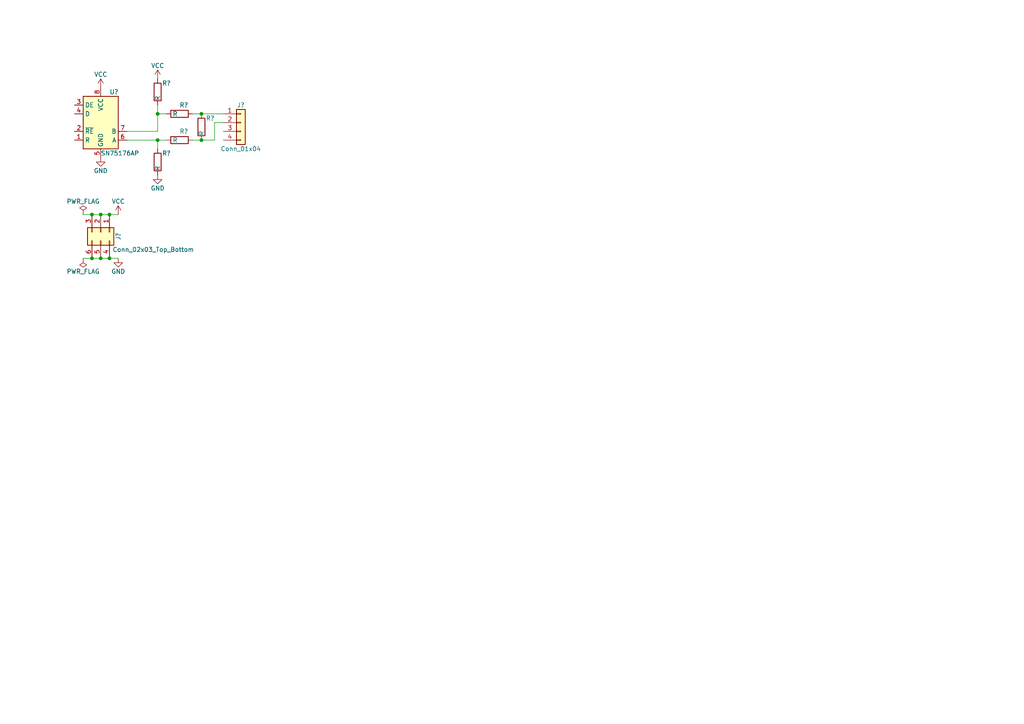
<source format=kicad_sch>
(kicad_sch (version 20211123) (generator eeschema)

  (uuid 6245f3c1-1d81-4d8f-8241-429ac93e2210)

  (paper "A4")

  (lib_symbols
    (symbol "Connector_Generic:Conn_01x04" (pin_names (offset 1.016) hide) (in_bom yes) (on_board yes)
      (property "Reference" "J" (id 0) (at 0 5.08 0)
        (effects (font (size 1.27 1.27)))
      )
      (property "Value" "Conn_01x04" (id 1) (at 0 -7.62 0)
        (effects (font (size 1.27 1.27)))
      )
      (property "Footprint" "" (id 2) (at 0 0 0)
        (effects (font (size 1.27 1.27)) hide)
      )
      (property "Datasheet" "~" (id 3) (at 0 0 0)
        (effects (font (size 1.27 1.27)) hide)
      )
      (property "ki_keywords" "connector" (id 4) (at 0 0 0)
        (effects (font (size 1.27 1.27)) hide)
      )
      (property "ki_description" "Generic connector, single row, 01x04, script generated (kicad-library-utils/schlib/autogen/connector/)" (id 5) (at 0 0 0)
        (effects (font (size 1.27 1.27)) hide)
      )
      (property "ki_fp_filters" "Connector*:*_1x??_*" (id 6) (at 0 0 0)
        (effects (font (size 1.27 1.27)) hide)
      )
      (symbol "Conn_01x04_1_1"
        (rectangle (start -1.27 -4.953) (end 0 -5.207)
          (stroke (width 0.1524) (type default) (color 0 0 0 0))
          (fill (type none))
        )
        (rectangle (start -1.27 -2.413) (end 0 -2.667)
          (stroke (width 0.1524) (type default) (color 0 0 0 0))
          (fill (type none))
        )
        (rectangle (start -1.27 0.127) (end 0 -0.127)
          (stroke (width 0.1524) (type default) (color 0 0 0 0))
          (fill (type none))
        )
        (rectangle (start -1.27 2.667) (end 0 2.413)
          (stroke (width 0.1524) (type default) (color 0 0 0 0))
          (fill (type none))
        )
        (rectangle (start -1.27 3.81) (end 1.27 -6.35)
          (stroke (width 0.254) (type default) (color 0 0 0 0))
          (fill (type background))
        )
        (pin passive line (at -5.08 2.54 0) (length 3.81)
          (name "Pin_1" (effects (font (size 1.27 1.27))))
          (number "1" (effects (font (size 1.27 1.27))))
        )
        (pin passive line (at -5.08 0 0) (length 3.81)
          (name "Pin_2" (effects (font (size 1.27 1.27))))
          (number "2" (effects (font (size 1.27 1.27))))
        )
        (pin passive line (at -5.08 -2.54 0) (length 3.81)
          (name "Pin_3" (effects (font (size 1.27 1.27))))
          (number "3" (effects (font (size 1.27 1.27))))
        )
        (pin passive line (at -5.08 -5.08 0) (length 3.81)
          (name "Pin_4" (effects (font (size 1.27 1.27))))
          (number "4" (effects (font (size 1.27 1.27))))
        )
      )
    )
    (symbol "Connector_Generic:Conn_02x03_Top_Bottom" (pin_names (offset 1.016) hide) (in_bom yes) (on_board yes)
      (property "Reference" "J" (id 0) (at 1.27 5.08 0)
        (effects (font (size 1.27 1.27)))
      )
      (property "Value" "Conn_02x03_Top_Bottom" (id 1) (at 1.27 -5.08 0)
        (effects (font (size 1.27 1.27)))
      )
      (property "Footprint" "" (id 2) (at 0 0 0)
        (effects (font (size 1.27 1.27)) hide)
      )
      (property "Datasheet" "~" (id 3) (at 0 0 0)
        (effects (font (size 1.27 1.27)) hide)
      )
      (property "ki_keywords" "connector" (id 4) (at 0 0 0)
        (effects (font (size 1.27 1.27)) hide)
      )
      (property "ki_description" "Generic connector, double row, 02x03, top/bottom pin numbering scheme (row 1: 1...pins_per_row, row2: pins_per_row+1 ... num_pins), script generated (kicad-library-utils/schlib/autogen/connector/)" (id 5) (at 0 0 0)
        (effects (font (size 1.27 1.27)) hide)
      )
      (property "ki_fp_filters" "Connector*:*_2x??_*" (id 6) (at 0 0 0)
        (effects (font (size 1.27 1.27)) hide)
      )
      (symbol "Conn_02x03_Top_Bottom_1_1"
        (rectangle (start -1.27 -2.413) (end 0 -2.667)
          (stroke (width 0.1524) (type default) (color 0 0 0 0))
          (fill (type none))
        )
        (rectangle (start -1.27 0.127) (end 0 -0.127)
          (stroke (width 0.1524) (type default) (color 0 0 0 0))
          (fill (type none))
        )
        (rectangle (start -1.27 2.667) (end 0 2.413)
          (stroke (width 0.1524) (type default) (color 0 0 0 0))
          (fill (type none))
        )
        (rectangle (start -1.27 3.81) (end 3.81 -3.81)
          (stroke (width 0.254) (type default) (color 0 0 0 0))
          (fill (type background))
        )
        (rectangle (start 3.81 -2.413) (end 2.54 -2.667)
          (stroke (width 0.1524) (type default) (color 0 0 0 0))
          (fill (type none))
        )
        (rectangle (start 3.81 0.127) (end 2.54 -0.127)
          (stroke (width 0.1524) (type default) (color 0 0 0 0))
          (fill (type none))
        )
        (rectangle (start 3.81 2.667) (end 2.54 2.413)
          (stroke (width 0.1524) (type default) (color 0 0 0 0))
          (fill (type none))
        )
        (pin passive line (at -5.08 2.54 0) (length 3.81)
          (name "Pin_1" (effects (font (size 1.27 1.27))))
          (number "1" (effects (font (size 1.27 1.27))))
        )
        (pin passive line (at -5.08 0 0) (length 3.81)
          (name "Pin_2" (effects (font (size 1.27 1.27))))
          (number "2" (effects (font (size 1.27 1.27))))
        )
        (pin passive line (at -5.08 -2.54 0) (length 3.81)
          (name "Pin_3" (effects (font (size 1.27 1.27))))
          (number "3" (effects (font (size 1.27 1.27))))
        )
        (pin passive line (at 7.62 2.54 180) (length 3.81)
          (name "Pin_4" (effects (font (size 1.27 1.27))))
          (number "4" (effects (font (size 1.27 1.27))))
        )
        (pin passive line (at 7.62 0 180) (length 3.81)
          (name "Pin_5" (effects (font (size 1.27 1.27))))
          (number "5" (effects (font (size 1.27 1.27))))
        )
        (pin passive line (at 7.62 -2.54 180) (length 3.81)
          (name "Pin_6" (effects (font (size 1.27 1.27))))
          (number "6" (effects (font (size 1.27 1.27))))
        )
      )
    )
    (symbol "Device:R" (pin_numbers hide) (pin_names (offset 0)) (in_bom yes) (on_board yes)
      (property "Reference" "R" (id 0) (at 2.032 0 90)
        (effects (font (size 1.27 1.27)))
      )
      (property "Value" "R" (id 1) (at 0 0 90)
        (effects (font (size 1.27 1.27)))
      )
      (property "Footprint" "" (id 2) (at -1.778 0 90)
        (effects (font (size 1.27 1.27)) hide)
      )
      (property "Datasheet" "~" (id 3) (at 0 0 0)
        (effects (font (size 1.27 1.27)) hide)
      )
      (property "ki_keywords" "R res resistor" (id 4) (at 0 0 0)
        (effects (font (size 1.27 1.27)) hide)
      )
      (property "ki_description" "Resistor" (id 5) (at 0 0 0)
        (effects (font (size 1.27 1.27)) hide)
      )
      (property "ki_fp_filters" "R_*" (id 6) (at 0 0 0)
        (effects (font (size 1.27 1.27)) hide)
      )
      (symbol "R_0_1"
        (rectangle (start -1.016 -2.54) (end 1.016 2.54)
          (stroke (width 0.254) (type default) (color 0 0 0 0))
          (fill (type none))
        )
      )
      (symbol "R_1_1"
        (pin passive line (at 0 3.81 270) (length 1.27)
          (name "~" (effects (font (size 1.27 1.27))))
          (number "1" (effects (font (size 1.27 1.27))))
        )
        (pin passive line (at 0 -3.81 90) (length 1.27)
          (name "~" (effects (font (size 1.27 1.27))))
          (number "2" (effects (font (size 1.27 1.27))))
        )
      )
    )
    (symbol "Interface_UART:SN75176AP" (in_bom yes) (on_board yes)
      (property "Reference" "U" (id 0) (at -4.318 8.89 0)
        (effects (font (size 1.27 1.27)))
      )
      (property "Value" "SN75176AP" (id 1) (at 1.016 8.89 0)
        (effects (font (size 1.27 1.27)) (justify left))
      )
      (property "Footprint" "Package_DIP:DIP-8_W7.62mm" (id 2) (at 0 -12.7 0)
        (effects (font (size 1.27 1.27)) hide)
      )
      (property "Datasheet" "http://www.ti.com/lit/ds/symlink/sn75176a.pdf" (id 3) (at 40.64 -5.08 0)
        (effects (font (size 1.27 1.27)) hide)
      )
      (property "ki_keywords" "Differential bus transceiver" (id 4) (at 0 0 0)
        (effects (font (size 1.27 1.27)) hide)
      )
      (property "ki_description" "Differential RS-422/RS-485 bus transceiver, DIP-8" (id 5) (at 0 0 0)
        (effects (font (size 1.27 1.27)) hide)
      )
      (property "ki_fp_filters" "DIP*W7.62mm*" (id 6) (at 0 0 0)
        (effects (font (size 1.27 1.27)) hide)
      )
      (symbol "SN75176AP_0_1"
        (rectangle (start -5.08 7.62) (end 5.08 -7.62)
          (stroke (width 0.254) (type default) (color 0 0 0 0))
          (fill (type background))
        )
      )
      (symbol "SN75176AP_1_1"
        (pin output line (at -7.62 -5.08 0) (length 2.54)
          (name "R" (effects (font (size 1.27 1.27))))
          (number "1" (effects (font (size 1.27 1.27))))
        )
        (pin input line (at -7.62 -2.54 0) (length 2.54)
          (name "~{RE}" (effects (font (size 1.27 1.27))))
          (number "2" (effects (font (size 1.27 1.27))))
        )
        (pin input line (at -7.62 5.08 0) (length 2.54)
          (name "DE" (effects (font (size 1.27 1.27))))
          (number "3" (effects (font (size 1.27 1.27))))
        )
        (pin input line (at -7.62 2.54 0) (length 2.54)
          (name "D" (effects (font (size 1.27 1.27))))
          (number "4" (effects (font (size 1.27 1.27))))
        )
        (pin power_in line (at 0 -10.16 90) (length 2.54)
          (name "GND" (effects (font (size 1.27 1.27))))
          (number "5" (effects (font (size 1.27 1.27))))
        )
        (pin bidirectional line (at 7.62 -5.08 180) (length 2.54)
          (name "A" (effects (font (size 1.27 1.27))))
          (number "6" (effects (font (size 1.27 1.27))))
        )
        (pin bidirectional line (at 7.62 -2.54 180) (length 2.54)
          (name "B" (effects (font (size 1.27 1.27))))
          (number "7" (effects (font (size 1.27 1.27))))
        )
        (pin power_in line (at 0 10.16 270) (length 2.54)
          (name "VCC" (effects (font (size 1.27 1.27))))
          (number "8" (effects (font (size 1.27 1.27))))
        )
      )
    )
    (symbol "power:GND" (power) (pin_names (offset 0)) (in_bom yes) (on_board yes)
      (property "Reference" "#PWR" (id 0) (at 0 -6.35 0)
        (effects (font (size 1.27 1.27)) hide)
      )
      (property "Value" "GND" (id 1) (at 0 -3.81 0)
        (effects (font (size 1.27 1.27)))
      )
      (property "Footprint" "" (id 2) (at 0 0 0)
        (effects (font (size 1.27 1.27)) hide)
      )
      (property "Datasheet" "" (id 3) (at 0 0 0)
        (effects (font (size 1.27 1.27)) hide)
      )
      (property "ki_keywords" "power-flag" (id 4) (at 0 0 0)
        (effects (font (size 1.27 1.27)) hide)
      )
      (property "ki_description" "Power symbol creates a global label with name \"GND\" , ground" (id 5) (at 0 0 0)
        (effects (font (size 1.27 1.27)) hide)
      )
      (symbol "GND_0_1"
        (polyline
          (pts
            (xy 0 0)
            (xy 0 -1.27)
            (xy 1.27 -1.27)
            (xy 0 -2.54)
            (xy -1.27 -1.27)
            (xy 0 -1.27)
          )
          (stroke (width 0) (type default) (color 0 0 0 0))
          (fill (type none))
        )
      )
      (symbol "GND_1_1"
        (pin power_in line (at 0 0 270) (length 0) hide
          (name "GND" (effects (font (size 1.27 1.27))))
          (number "1" (effects (font (size 1.27 1.27))))
        )
      )
    )
    (symbol "power:PWR_FLAG" (power) (pin_numbers hide) (pin_names (offset 0) hide) (in_bom yes) (on_board yes)
      (property "Reference" "#FLG" (id 0) (at 0 1.905 0)
        (effects (font (size 1.27 1.27)) hide)
      )
      (property "Value" "PWR_FLAG" (id 1) (at 0 3.81 0)
        (effects (font (size 1.27 1.27)))
      )
      (property "Footprint" "" (id 2) (at 0 0 0)
        (effects (font (size 1.27 1.27)) hide)
      )
      (property "Datasheet" "~" (id 3) (at 0 0 0)
        (effects (font (size 1.27 1.27)) hide)
      )
      (property "ki_keywords" "power-flag" (id 4) (at 0 0 0)
        (effects (font (size 1.27 1.27)) hide)
      )
      (property "ki_description" "Special symbol for telling ERC where power comes from" (id 5) (at 0 0 0)
        (effects (font (size 1.27 1.27)) hide)
      )
      (symbol "PWR_FLAG_0_0"
        (pin power_out line (at 0 0 90) (length 0)
          (name "pwr" (effects (font (size 1.27 1.27))))
          (number "1" (effects (font (size 1.27 1.27))))
        )
      )
      (symbol "PWR_FLAG_0_1"
        (polyline
          (pts
            (xy 0 0)
            (xy 0 1.27)
            (xy -1.016 1.905)
            (xy 0 2.54)
            (xy 1.016 1.905)
            (xy 0 1.27)
          )
          (stroke (width 0) (type default) (color 0 0 0 0))
          (fill (type none))
        )
      )
    )
    (symbol "power:VCC" (power) (pin_names (offset 0)) (in_bom yes) (on_board yes)
      (property "Reference" "#PWR" (id 0) (at 0 -3.81 0)
        (effects (font (size 1.27 1.27)) hide)
      )
      (property "Value" "VCC" (id 1) (at 0 3.81 0)
        (effects (font (size 1.27 1.27)))
      )
      (property "Footprint" "" (id 2) (at 0 0 0)
        (effects (font (size 1.27 1.27)) hide)
      )
      (property "Datasheet" "" (id 3) (at 0 0 0)
        (effects (font (size 1.27 1.27)) hide)
      )
      (property "ki_keywords" "power-flag" (id 4) (at 0 0 0)
        (effects (font (size 1.27 1.27)) hide)
      )
      (property "ki_description" "Power symbol creates a global label with name \"VCC\"" (id 5) (at 0 0 0)
        (effects (font (size 1.27 1.27)) hide)
      )
      (symbol "VCC_0_1"
        (polyline
          (pts
            (xy -0.762 1.27)
            (xy 0 2.54)
          )
          (stroke (width 0) (type default) (color 0 0 0 0))
          (fill (type none))
        )
        (polyline
          (pts
            (xy 0 0)
            (xy 0 2.54)
          )
          (stroke (width 0) (type default) (color 0 0 0 0))
          (fill (type none))
        )
        (polyline
          (pts
            (xy 0 2.54)
            (xy 0.762 1.27)
          )
          (stroke (width 0) (type default) (color 0 0 0 0))
          (fill (type none))
        )
      )
      (symbol "VCC_1_1"
        (pin power_in line (at 0 0 90) (length 0) hide
          (name "VCC" (effects (font (size 1.27 1.27))))
          (number "1" (effects (font (size 1.27 1.27))))
        )
      )
    )
  )

  (junction (at 58.42 40.64) (diameter 0) (color 0 0 0 0)
    (uuid 03e0bc74-6d3b-4c8b-b1c9-3a0f3e9a8bc5)
  )
  (junction (at 31.75 74.93) (diameter 0) (color 0 0 0 0)
    (uuid 2be36a0d-6d7e-40ed-a3a0-00c455c53bc8)
  )
  (junction (at 26.67 62.23) (diameter 0) (color 0 0 0 0)
    (uuid 5fea625d-5226-41b0-aab8-6945de669af0)
  )
  (junction (at 31.75 62.23) (diameter 0) (color 0 0 0 0)
    (uuid 61b51507-2433-46f6-a0e5-0c0f0e4d2a8e)
  )
  (junction (at 58.42 33.02) (diameter 0) (color 0 0 0 0)
    (uuid 631fea0d-e992-4931-936c-f597d3f10f4d)
  )
  (junction (at 45.72 40.64) (diameter 0) (color 0 0 0 0)
    (uuid 6956782c-ae99-4224-9970-1160d384cf58)
  )
  (junction (at 26.67 74.93) (diameter 0) (color 0 0 0 0)
    (uuid a19d1aae-ad6c-4e9e-bff4-2c386f3ea136)
  )
  (junction (at 29.21 62.23) (diameter 0) (color 0 0 0 0)
    (uuid b6c33e6b-9621-415a-9f1d-3053993c284a)
  )
  (junction (at 29.21 74.93) (diameter 0) (color 0 0 0 0)
    (uuid ca03522d-3b92-4241-b103-f65db30e6bac)
  )
  (junction (at 45.72 33.02) (diameter 0) (color 0 0 0 0)
    (uuid ea4b56c0-e15b-4bbc-a034-5ec89053a7a4)
  )

  (wire (pts (xy 62.23 35.56) (xy 62.23 40.64))
    (stroke (width 0) (type default) (color 0 0 0 0))
    (uuid 0e2d8508-9a4c-4b26-b2f0-17883af409ef)
  )
  (wire (pts (xy 45.72 40.64) (xy 45.72 43.18))
    (stroke (width 0) (type default) (color 0 0 0 0))
    (uuid 0f6caa1d-8a17-4399-a872-4b9213124c61)
  )
  (wire (pts (xy 36.83 40.64) (xy 45.72 40.64))
    (stroke (width 0) (type default) (color 0 0 0 0))
    (uuid 1154c19a-e7a6-4ec0-bf31-f5ac5226ca5c)
  )
  (wire (pts (xy 45.72 33.02) (xy 48.26 33.02))
    (stroke (width 0) (type default) (color 0 0 0 0))
    (uuid 18b5435c-b3c7-4ba1-8f54-250f88a546a1)
  )
  (wire (pts (xy 45.72 30.48) (xy 45.72 33.02))
    (stroke (width 0) (type default) (color 0 0 0 0))
    (uuid 1baa7785-7f67-47ed-9153-d35816ab0c3d)
  )
  (wire (pts (xy 55.88 33.02) (xy 58.42 33.02))
    (stroke (width 0) (type default) (color 0 0 0 0))
    (uuid 28cf8d6b-6f6e-4671-a2e2-778a33781b6a)
  )
  (wire (pts (xy 36.83 38.1) (xy 45.72 38.1))
    (stroke (width 0) (type default) (color 0 0 0 0))
    (uuid 43948eec-4c81-4d17-bb12-96443aa841a6)
  )
  (wire (pts (xy 31.75 62.23) (xy 29.21 62.23))
    (stroke (width 0) (type default) (color 0 0 0 0))
    (uuid 50fe91a5-65f4-40af-96bb-ff3511ff0536)
  )
  (wire (pts (xy 31.75 74.93) (xy 29.21 74.93))
    (stroke (width 0) (type default) (color 0 0 0 0))
    (uuid 54a95237-ce7e-4a77-9ec4-da6a423be48d)
  )
  (wire (pts (xy 48.26 40.64) (xy 45.72 40.64))
    (stroke (width 0) (type default) (color 0 0 0 0))
    (uuid 5b227ddc-d96d-445b-924d-d5c3e535522f)
  )
  (wire (pts (xy 58.42 33.02) (xy 64.77 33.02))
    (stroke (width 0) (type default) (color 0 0 0 0))
    (uuid 727240e3-2c17-4622-ad47-f60626f66475)
  )
  (wire (pts (xy 31.75 74.93) (xy 34.29 74.93))
    (stroke (width 0) (type default) (color 0 0 0 0))
    (uuid 727a7dce-27ef-4b05-be85-e075e0c29ece)
  )
  (wire (pts (xy 45.72 38.1) (xy 45.72 33.02))
    (stroke (width 0) (type default) (color 0 0 0 0))
    (uuid 835d130b-779c-422f-b9cd-29587e31043a)
  )
  (wire (pts (xy 58.42 40.64) (xy 55.88 40.64))
    (stroke (width 0) (type default) (color 0 0 0 0))
    (uuid b51f6b96-dbae-47cf-91d2-dbbf7062c8ce)
  )
  (wire (pts (xy 29.21 74.93) (xy 26.67 74.93))
    (stroke (width 0) (type default) (color 0 0 0 0))
    (uuid c952c6f5-1a33-4161-bde7-2ddce7b19e80)
  )
  (wire (pts (xy 62.23 40.64) (xy 58.42 40.64))
    (stroke (width 0) (type default) (color 0 0 0 0))
    (uuid cbeda23e-9bd0-4841-b6b8-46f82cfe9bae)
  )
  (wire (pts (xy 64.77 35.56) (xy 62.23 35.56))
    (stroke (width 0) (type default) (color 0 0 0 0))
    (uuid d6436b04-e840-4187-9250-dfda1be914bc)
  )
  (wire (pts (xy 24.13 62.23) (xy 26.67 62.23))
    (stroke (width 0) (type default) (color 0 0 0 0))
    (uuid da506de7-8735-4286-904c-4e77ba76eda0)
  )
  (wire (pts (xy 24.13 74.93) (xy 26.67 74.93))
    (stroke (width 0) (type default) (color 0 0 0 0))
    (uuid eec0a5e7-346d-435e-8167-cb527d7d9a27)
  )
  (wire (pts (xy 34.29 62.23) (xy 31.75 62.23))
    (stroke (width 0) (type default) (color 0 0 0 0))
    (uuid f7572372-8772-47b7-bb58-af4a0aedc2b5)
  )
  (wire (pts (xy 29.21 62.23) (xy 26.67 62.23))
    (stroke (width 0) (type default) (color 0 0 0 0))
    (uuid f927deb7-dd3d-46e2-b27e-032b6613b426)
  )

  (symbol (lib_id "power:GND") (at 45.72 50.8 0) (unit 1)
    (in_bom yes) (on_board yes)
    (uuid 0bbfab18-aa14-4bd6-9c67-a47a0485d126)
    (property "Reference" "#PWR?" (id 0) (at 45.72 57.15 0)
      (effects (font (size 1.27 1.27)) hide)
    )
    (property "Value" "GND" (id 1) (at 45.72 54.61 0))
    (property "Footprint" "" (id 2) (at 45.72 50.8 0)
      (effects (font (size 1.27 1.27)) hide)
    )
    (property "Datasheet" "" (id 3) (at 45.72 50.8 0)
      (effects (font (size 1.27 1.27)) hide)
    )
    (pin "1" (uuid 98bacdcf-5e9a-4d2f-8f80-5af6e0be3949))
  )

  (symbol (lib_id "Device:R") (at 58.42 36.83 0) (unit 1)
    (in_bom yes) (on_board yes)
    (uuid 222ca301-2415-4eab-a310-59b18cfde4d5)
    (property "Reference" "R?" (id 0) (at 59.69 34.29 0)
      (effects (font (size 1.27 1.27)) (justify left))
    )
    (property "Value" "R" (id 1) (at 58.42 39.37 90)
      (effects (font (size 1.27 1.27)) (justify left))
    )
    (property "Footprint" "" (id 2) (at 56.642 36.83 90)
      (effects (font (size 1.27 1.27)) hide)
    )
    (property "Datasheet" "~" (id 3) (at 58.42 36.83 0)
      (effects (font (size 1.27 1.27)) hide)
    )
    (pin "1" (uuid 8672916d-a1c0-4a54-8c2e-ac62e2d5b5cb))
    (pin "2" (uuid 957ad438-17f6-4307-bc23-45cd7012be68))
  )

  (symbol (lib_id "power:PWR_FLAG") (at 24.13 74.93 180) (unit 1)
    (in_bom yes) (on_board yes)
    (uuid 2db9da70-cfe0-411f-a062-5743d7c6444c)
    (property "Reference" "#FLG?" (id 0) (at 24.13 76.835 0)
      (effects (font (size 1.27 1.27)) hide)
    )
    (property "Value" "PWR_FLAG" (id 1) (at 24.13 78.74 0))
    (property "Footprint" "" (id 2) (at 24.13 74.93 0)
      (effects (font (size 1.27 1.27)) hide)
    )
    (property "Datasheet" "~" (id 3) (at 24.13 74.93 0)
      (effects (font (size 1.27 1.27)) hide)
    )
    (pin "1" (uuid bd55b323-67de-4747-bce8-881b4aa6d608))
  )

  (symbol (lib_id "Interface_UART:SN75176AP") (at 29.21 35.56 0) (unit 1)
    (in_bom yes) (on_board yes)
    (uuid 3e3c0a28-3b18-4880-a679-122ea709a068)
    (property "Reference" "U?" (id 0) (at 31.75 26.67 0)
      (effects (font (size 1.27 1.27)) (justify left))
    )
    (property "Value" "SN75176AP" (id 1) (at 29.21 44.45 0)
      (effects (font (size 1.27 1.27)) (justify left))
    )
    (property "Footprint" "Package_DIP:DIP-8_W7.62mm" (id 2) (at 29.21 48.26 0)
      (effects (font (size 1.27 1.27)) hide)
    )
    (property "Datasheet" "http://www.ti.com/lit/ds/symlink/sn75176a.pdf" (id 3) (at 69.85 40.64 0)
      (effects (font (size 1.27 1.27)) hide)
    )
    (pin "1" (uuid d3470037-06a7-49b5-ac7b-887b00d6e00f))
    (pin "2" (uuid e6cb2188-d287-44ee-b147-097eae2ac7cb))
    (pin "3" (uuid 4ffbfc4d-4d7d-4f24-96ac-37da4cee10a3))
    (pin "4" (uuid 86113a7f-fa44-457a-81c1-25959b1d85b4))
    (pin "5" (uuid bd9b1eab-69b7-483b-b45c-18a56a7d72ce))
    (pin "6" (uuid b24a1c31-82b7-4162-8011-510c44f14ce7))
    (pin "7" (uuid 0a102659-ab85-4ff6-a5b7-fff5af2a2a09))
    (pin "8" (uuid b297a0cb-86d1-42bf-9b81-30b290610fc4))
  )

  (symbol (lib_id "power:VCC") (at 29.21 25.4 0) (unit 1)
    (in_bom yes) (on_board yes)
    (uuid 3e4ba96a-7523-43cc-92eb-58c20551afd7)
    (property "Reference" "#PWR?" (id 0) (at 29.21 29.21 0)
      (effects (font (size 1.27 1.27)) hide)
    )
    (property "Value" "VCC" (id 1) (at 29.21 21.59 0))
    (property "Footprint" "" (id 2) (at 29.21 25.4 0)
      (effects (font (size 1.27 1.27)) hide)
    )
    (property "Datasheet" "" (id 3) (at 29.21 25.4 0)
      (effects (font (size 1.27 1.27)) hide)
    )
    (pin "1" (uuid a63d856e-052a-48aa-a396-4ade66201268))
  )

  (symbol (lib_id "power:GND") (at 29.21 45.72 0) (unit 1)
    (in_bom yes) (on_board yes)
    (uuid 3e9560af-b6d0-4eea-8463-85a0c4eb7af2)
    (property "Reference" "#PWR?" (id 0) (at 29.21 52.07 0)
      (effects (font (size 1.27 1.27)) hide)
    )
    (property "Value" "GND" (id 1) (at 29.21 49.53 0))
    (property "Footprint" "" (id 2) (at 29.21 45.72 0)
      (effects (font (size 1.27 1.27)) hide)
    )
    (property "Datasheet" "" (id 3) (at 29.21 45.72 0)
      (effects (font (size 1.27 1.27)) hide)
    )
    (pin "1" (uuid ba3051d4-8356-4d8d-9cb3-eef9bc99d4d9))
  )

  (symbol (lib_id "power:VCC") (at 45.72 22.86 0) (unit 1)
    (in_bom yes) (on_board yes)
    (uuid 4d07084a-a43c-4e0c-bc4b-8a5c3f9bfe2a)
    (property "Reference" "#PWR?" (id 0) (at 45.72 26.67 0)
      (effects (font (size 1.27 1.27)) hide)
    )
    (property "Value" "VCC" (id 1) (at 45.72 19.05 0))
    (property "Footprint" "" (id 2) (at 45.72 22.86 0)
      (effects (font (size 1.27 1.27)) hide)
    )
    (property "Datasheet" "" (id 3) (at 45.72 22.86 0)
      (effects (font (size 1.27 1.27)) hide)
    )
    (pin "1" (uuid b178d894-ab38-4faa-8b60-ec6eaf4f31ef))
  )

  (symbol (lib_id "Device:R") (at 52.07 40.64 90) (unit 1)
    (in_bom yes) (on_board yes)
    (uuid 7d4416e5-2d87-4b52-a51c-6f572cd45fe9)
    (property "Reference" "R?" (id 0) (at 53.34 38.1 90))
    (property "Value" "R" (id 1) (at 50.8 40.64 90))
    (property "Footprint" "" (id 2) (at 52.07 42.418 90)
      (effects (font (size 1.27 1.27)) hide)
    )
    (property "Datasheet" "~" (id 3) (at 52.07 40.64 0)
      (effects (font (size 1.27 1.27)) hide)
    )
    (pin "1" (uuid b81fbe83-c031-48ec-97a8-bfaf99d52281))
    (pin "2" (uuid 50239aa1-5957-4be9-be1a-7038701579a5))
  )

  (symbol (lib_id "power:PWR_FLAG") (at 24.13 62.23 0) (unit 1)
    (in_bom yes) (on_board yes)
    (uuid 8ea4325a-35ac-4b9c-8139-9ce585b6767c)
    (property "Reference" "#FLG?" (id 0) (at 24.13 60.325 0)
      (effects (font (size 1.27 1.27)) hide)
    )
    (property "Value" "PWR_FLAG" (id 1) (at 24.13 58.42 0))
    (property "Footprint" "" (id 2) (at 24.13 62.23 0)
      (effects (font (size 1.27 1.27)) hide)
    )
    (property "Datasheet" "~" (id 3) (at 24.13 62.23 0)
      (effects (font (size 1.27 1.27)) hide)
    )
    (pin "1" (uuid 57a5468f-2913-46e2-9ebb-5b6addf9548a))
  )

  (symbol (lib_id "Device:R") (at 45.72 46.99 0) (unit 1)
    (in_bom yes) (on_board yes)
    (uuid 8f761be9-c568-4a43-8da7-209836922b56)
    (property "Reference" "R?" (id 0) (at 46.99 44.45 0)
      (effects (font (size 1.27 1.27)) (justify left))
    )
    (property "Value" "R" (id 1) (at 45.72 49.53 90)
      (effects (font (size 1.27 1.27)) (justify left))
    )
    (property "Footprint" "" (id 2) (at 43.942 46.99 90)
      (effects (font (size 1.27 1.27)) hide)
    )
    (property "Datasheet" "~" (id 3) (at 45.72 46.99 0)
      (effects (font (size 1.27 1.27)) hide)
    )
    (pin "1" (uuid f318947d-ef84-4006-b498-5f9ca6763051))
    (pin "2" (uuid 1d0e69de-19d2-4737-94cb-701601e8f58f))
  )

  (symbol (lib_id "Device:R") (at 45.72 26.67 0) (unit 1)
    (in_bom yes) (on_board yes)
    (uuid 8fbbd95d-74ff-4f23-ac5a-aa5872759176)
    (property "Reference" "R?" (id 0) (at 46.99 24.13 0)
      (effects (font (size 1.27 1.27)) (justify left))
    )
    (property "Value" "R" (id 1) (at 45.72 29.21 90)
      (effects (font (size 1.27 1.27)) (justify left))
    )
    (property "Footprint" "" (id 2) (at 43.942 26.67 90)
      (effects (font (size 1.27 1.27)) hide)
    )
    (property "Datasheet" "~" (id 3) (at 45.72 26.67 0)
      (effects (font (size 1.27 1.27)) hide)
    )
    (pin "1" (uuid bfd99826-ca51-4a93-a5c7-842d687f06db))
    (pin "2" (uuid 38c535f0-9fbd-4f83-9510-374d509cf75a))
  )

  (symbol (lib_id "Connector_Generic:Conn_01x04") (at 69.85 35.56 0) (unit 1)
    (in_bom yes) (on_board yes)
    (uuid 9e82c9b0-0b2c-476a-a6e7-56b057dff3d5)
    (property "Reference" "J?" (id 0) (at 69.85 30.48 0))
    (property "Value" "Conn_01x04" (id 1) (at 69.85 43.18 0))
    (property "Footprint" "" (id 2) (at 69.85 35.56 0)
      (effects (font (size 1.27 1.27)) hide)
    )
    (property "Datasheet" "~" (id 3) (at 69.85 35.56 0)
      (effects (font (size 1.27 1.27)) hide)
    )
    (pin "1" (uuid c311feaf-f0c5-4be8-8046-7d2bf95b674e))
    (pin "2" (uuid 969b07cb-490e-48ba-875b-c04fc49789a2))
    (pin "3" (uuid 4b0bf1e1-60d3-480a-9f87-034fe24fe4da))
    (pin "4" (uuid 6ca8578d-de5f-4426-a452-98f679e5d22e))
  )

  (symbol (lib_id "Device:R") (at 52.07 33.02 90) (unit 1)
    (in_bom yes) (on_board yes)
    (uuid c61d8ea3-b2cb-4d22-bcf8-b89072484c1b)
    (property "Reference" "R?" (id 0) (at 53.34 30.48 90))
    (property "Value" "R" (id 1) (at 50.8 33.02 90))
    (property "Footprint" "" (id 2) (at 52.07 34.798 90)
      (effects (font (size 1.27 1.27)) hide)
    )
    (property "Datasheet" "~" (id 3) (at 52.07 33.02 0)
      (effects (font (size 1.27 1.27)) hide)
    )
    (pin "1" (uuid a4451fa9-1848-44d5-8922-849aa4c2edd7))
    (pin "2" (uuid fae89fc5-f354-4031-a853-df1fdf402cd7))
  )

  (symbol (lib_id "power:VCC") (at 34.29 62.23 0) (unit 1)
    (in_bom yes) (on_board yes)
    (uuid d3738019-cb24-46fb-b73e-215a4e24c818)
    (property "Reference" "#PWR?" (id 0) (at 34.29 66.04 0)
      (effects (font (size 1.27 1.27)) hide)
    )
    (property "Value" "VCC" (id 1) (at 34.29 58.42 0))
    (property "Footprint" "" (id 2) (at 34.29 62.23 0)
      (effects (font (size 1.27 1.27)) hide)
    )
    (property "Datasheet" "" (id 3) (at 34.29 62.23 0)
      (effects (font (size 1.27 1.27)) hide)
    )
    (pin "1" (uuid 516f3fd8-86e9-44ea-b35e-dae03e6cfaa2))
  )

  (symbol (lib_id "power:GND") (at 34.29 74.93 0) (unit 1)
    (in_bom yes) (on_board yes)
    (uuid dac09192-8726-48f7-9333-9d46f5a8a658)
    (property "Reference" "#PWR?" (id 0) (at 34.29 81.28 0)
      (effects (font (size 1.27 1.27)) hide)
    )
    (property "Value" "GND" (id 1) (at 34.29 78.74 0))
    (property "Footprint" "" (id 2) (at 34.29 74.93 0)
      (effects (font (size 1.27 1.27)) hide)
    )
    (property "Datasheet" "" (id 3) (at 34.29 74.93 0)
      (effects (font (size 1.27 1.27)) hide)
    )
    (pin "1" (uuid e5d69b78-7534-4b9a-bc7e-02d4e117b2a7))
  )

  (symbol (lib_id "Connector_Generic:Conn_02x03_Top_Bottom") (at 29.21 67.31 270) (unit 1)
    (in_bom yes) (on_board yes)
    (uuid f277b231-1376-4053-9490-a71cf02e07ec)
    (property "Reference" "J?" (id 0) (at 34.29 68.58 0))
    (property "Value" "Conn_02x03_Top_Bottom" (id 1) (at 44.45 72.39 90))
    (property "Footprint" "" (id 2) (at 29.21 67.31 0)
      (effects (font (size 1.27 1.27)) hide)
    )
    (property "Datasheet" "~" (id 3) (at 29.21 67.31 0)
      (effects (font (size 1.27 1.27)) hide)
    )
    (pin "1" (uuid 71fabeef-de0d-4a27-954a-3e692fe7ce0c))
    (pin "2" (uuid 05eb08d0-8312-4ec1-9ada-c8287a62be23))
    (pin "3" (uuid 1fd6746f-1ed5-4ea0-b9ae-ea5a1c9e8aea))
    (pin "4" (uuid c928695a-8fee-48d6-8c62-d1efcf7bf65a))
    (pin "5" (uuid be5142d2-3268-40af-b53f-0e497da67951))
    (pin "6" (uuid 2e7f5507-d506-48c1-94c3-89b67b62091b))
  )
)

</source>
